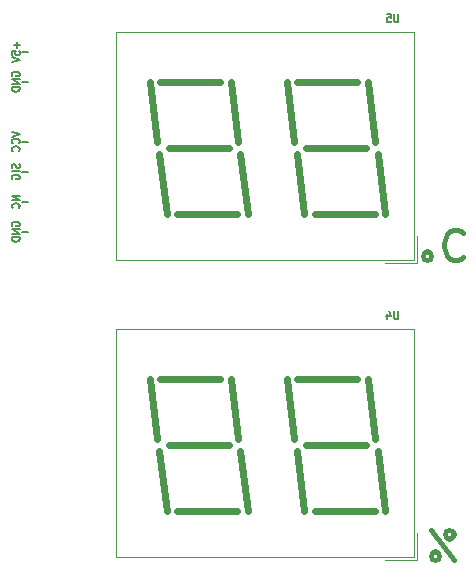
<source format=gbo>
%TF.GenerationSoftware,KiCad,Pcbnew,(6.0.9)*%
%TF.CreationDate,2022-12-10T14:47:00+01:00*%
%TF.ProjectId,Hygrometer_SMD_doubleSided,48796772-6f6d-4657-9465-725f534d445f,rev?*%
%TF.SameCoordinates,Original*%
%TF.FileFunction,Legend,Bot*%
%TF.FilePolarity,Positive*%
%FSLAX46Y46*%
G04 Gerber Fmt 4.6, Leading zero omitted, Abs format (unit mm)*
G04 Created by KiCad (PCBNEW (6.0.9)) date 2022-12-10 14:47:00*
%MOMM*%
%LPD*%
G01*
G04 APERTURE LIST*
%ADD10C,0.152400*%
%ADD11C,0.381000*%
%ADD12C,0.127000*%
%ADD13C,0.120000*%
%ADD14C,0.600000*%
%ADD15R,1.700000X1.700000*%
%ADD16O,1.700000X1.700000*%
%ADD17R,1.500000X1.500000*%
%ADD18C,1.500000*%
G04 APERTURE END LIST*
D10*
X46336000Y-36018000D02*
X46844000Y-36018000D01*
X46336000Y-46178000D02*
X46844000Y-46178000D01*
X46336000Y-43638000D02*
X46844000Y-43638000D01*
X46336000Y-48718000D02*
X46844000Y-48718000D01*
X46336000Y-41098000D02*
X46844000Y-41098000D01*
X46336000Y-33478000D02*
X46844000Y-33478000D01*
D11*
X80626000Y-51124952D02*
X80384095Y-51004000D01*
X80263142Y-50762095D01*
X80384095Y-50520190D01*
X80626000Y-50399238D01*
X80867904Y-50520190D01*
X80988857Y-50762095D01*
X80867904Y-51004000D01*
X80626000Y-51124952D01*
X83649809Y-48826857D02*
X83528857Y-48705904D01*
X83166000Y-48584952D01*
X82924095Y-48584952D01*
X82561238Y-48705904D01*
X82319333Y-48947809D01*
X82198380Y-49189714D01*
X82077428Y-49673523D01*
X82077428Y-50036380D01*
X82198380Y-50520190D01*
X82319333Y-50762095D01*
X82561238Y-51004000D01*
X82924095Y-51124952D01*
X83166000Y-51124952D01*
X83528857Y-51004000D01*
X83649809Y-50883047D01*
X80928380Y-73984952D02*
X82863619Y-76524952D01*
X81291238Y-76524952D02*
X81533142Y-76404000D01*
X81654095Y-76162095D01*
X81533142Y-75920190D01*
X81291238Y-75799238D01*
X81049333Y-75920190D01*
X80928380Y-76162095D01*
X81049333Y-76404000D01*
X81291238Y-76524952D01*
X82742666Y-74105904D02*
X82863619Y-74347809D01*
X82742666Y-74589714D01*
X82500761Y-74710666D01*
X82258857Y-74589714D01*
X82137904Y-74347809D01*
X82258857Y-74105904D01*
X82500761Y-73984952D01*
X82742666Y-74105904D01*
D12*
X46085024Y-42987867D02*
X46115262Y-43078582D01*
X46115262Y-43229772D01*
X46085024Y-43290248D01*
X46054786Y-43320487D01*
X45994310Y-43350725D01*
X45933834Y-43350725D01*
X45873358Y-43320487D01*
X45843120Y-43290248D01*
X45812881Y-43229772D01*
X45782643Y-43108820D01*
X45752405Y-43048344D01*
X45722167Y-43018106D01*
X45661691Y-42987867D01*
X45601215Y-42987867D01*
X45540739Y-43018106D01*
X45510501Y-43048344D01*
X45480262Y-43108820D01*
X45480262Y-43260010D01*
X45510501Y-43350725D01*
X46115262Y-43622867D02*
X45480262Y-43622867D01*
X45510501Y-44257867D02*
X45480262Y-44197391D01*
X45480262Y-44106677D01*
X45510501Y-44015963D01*
X45570977Y-43955487D01*
X45631453Y-43925248D01*
X45752405Y-43895010D01*
X45843120Y-43895010D01*
X45964072Y-43925248D01*
X46024548Y-43955487D01*
X46085024Y-44015963D01*
X46115262Y-44106677D01*
X46115262Y-44167153D01*
X46085024Y-44257867D01*
X46054786Y-44288106D01*
X45843120Y-44288106D01*
X45843120Y-44167153D01*
X46115262Y-45679058D02*
X45480262Y-45679058D01*
X46115262Y-46041915D01*
X45480262Y-46041915D01*
X46054786Y-46707153D02*
X46085024Y-46676915D01*
X46115262Y-46586201D01*
X46115262Y-46525725D01*
X46085024Y-46435010D01*
X46024548Y-46374534D01*
X45964072Y-46344296D01*
X45843120Y-46314058D01*
X45752405Y-46314058D01*
X45631453Y-46344296D01*
X45570977Y-46374534D01*
X45510501Y-46435010D01*
X45480262Y-46525725D01*
X45480262Y-46586201D01*
X45510501Y-46676915D01*
X45540739Y-46707153D01*
X45480262Y-40251320D02*
X46115262Y-40462987D01*
X45480262Y-40674653D01*
X46054786Y-41249177D02*
X46085024Y-41218939D01*
X46115262Y-41128225D01*
X46115262Y-41067748D01*
X46085024Y-40977034D01*
X46024548Y-40916558D01*
X45964072Y-40886320D01*
X45843120Y-40856082D01*
X45752405Y-40856082D01*
X45631453Y-40886320D01*
X45570977Y-40916558D01*
X45510501Y-40977034D01*
X45480262Y-41067748D01*
X45480262Y-41128225D01*
X45510501Y-41218939D01*
X45540739Y-41249177D01*
X46054786Y-41884177D02*
X46085024Y-41853939D01*
X46115262Y-41763225D01*
X46115262Y-41702748D01*
X46085024Y-41612034D01*
X46024548Y-41551558D01*
X45964072Y-41521320D01*
X45843120Y-41491082D01*
X45752405Y-41491082D01*
X45631453Y-41521320D01*
X45570977Y-41551558D01*
X45510501Y-41612034D01*
X45480262Y-41702748D01*
X45480262Y-41763225D01*
X45510501Y-41853939D01*
X45540739Y-41884177D01*
X45510501Y-35534177D02*
X45480262Y-35473701D01*
X45480262Y-35382987D01*
X45510501Y-35292272D01*
X45570977Y-35231796D01*
X45631453Y-35201558D01*
X45752405Y-35171320D01*
X45843120Y-35171320D01*
X45964072Y-35201558D01*
X46024548Y-35231796D01*
X46085024Y-35292272D01*
X46115262Y-35382987D01*
X46115262Y-35443463D01*
X46085024Y-35534177D01*
X46054786Y-35564415D01*
X45843120Y-35564415D01*
X45843120Y-35443463D01*
X46115262Y-35836558D02*
X45480262Y-35836558D01*
X46115262Y-36199415D01*
X45480262Y-36199415D01*
X46115262Y-36501796D02*
X45480262Y-36501796D01*
X45480262Y-36652987D01*
X45510501Y-36743701D01*
X45570977Y-36804177D01*
X45631453Y-36834415D01*
X45752405Y-36864653D01*
X45843120Y-36864653D01*
X45964072Y-36834415D01*
X46024548Y-36804177D01*
X46085024Y-36743701D01*
X46115262Y-36652987D01*
X46115262Y-36501796D01*
X45510501Y-48234177D02*
X45480262Y-48173701D01*
X45480262Y-48082987D01*
X45510501Y-47992272D01*
X45570977Y-47931796D01*
X45631453Y-47901558D01*
X45752405Y-47871320D01*
X45843120Y-47871320D01*
X45964072Y-47901558D01*
X46024548Y-47931796D01*
X46085024Y-47992272D01*
X46115262Y-48082987D01*
X46115262Y-48143463D01*
X46085024Y-48234177D01*
X46054786Y-48264415D01*
X45843120Y-48264415D01*
X45843120Y-48143463D01*
X46115262Y-48536558D02*
X45480262Y-48536558D01*
X46115262Y-48899415D01*
X45480262Y-48899415D01*
X46115262Y-49201796D02*
X45480262Y-49201796D01*
X45480262Y-49352987D01*
X45510501Y-49443701D01*
X45570977Y-49504177D01*
X45631453Y-49534415D01*
X45752405Y-49564653D01*
X45843120Y-49564653D01*
X45964072Y-49534415D01*
X46024548Y-49504177D01*
X46085024Y-49443701D01*
X46115262Y-49352987D01*
X46115262Y-49201796D01*
X45873358Y-32661558D02*
X45873358Y-33145367D01*
X46115262Y-32903463D02*
X45631453Y-32903463D01*
X45480262Y-33750129D02*
X45480262Y-33447748D01*
X45782643Y-33417510D01*
X45752405Y-33447748D01*
X45722167Y-33508225D01*
X45722167Y-33659415D01*
X45752405Y-33719891D01*
X45782643Y-33750129D01*
X45843120Y-33780367D01*
X45994310Y-33780367D01*
X46054786Y-33750129D01*
X46085024Y-33719891D01*
X46115262Y-33659415D01*
X46115262Y-33508225D01*
X46085024Y-33447748D01*
X46054786Y-33417510D01*
X45480262Y-33961796D02*
X46115262Y-34173463D01*
X45480262Y-34385129D01*
%TO.C,U4*%
X78188809Y-55482261D02*
X78188809Y-55996309D01*
X78158571Y-56056785D01*
X78128333Y-56087023D01*
X78067857Y-56117261D01*
X77946904Y-56117261D01*
X77886428Y-56087023D01*
X77856190Y-56056785D01*
X77825952Y-55996309D01*
X77825952Y-55482261D01*
X77251428Y-55693928D02*
X77251428Y-56117261D01*
X77402619Y-55452023D02*
X77553809Y-55905595D01*
X77160714Y-55905595D01*
%TO.C,U5*%
X78188809Y-30336261D02*
X78188809Y-30850309D01*
X78158571Y-30910785D01*
X78128333Y-30941023D01*
X78067857Y-30971261D01*
X77946904Y-30971261D01*
X77886428Y-30941023D01*
X77856190Y-30910785D01*
X77825952Y-30850309D01*
X77825952Y-30336261D01*
X77221190Y-30336261D02*
X77523571Y-30336261D01*
X77553809Y-30638642D01*
X77523571Y-30608404D01*
X77463095Y-30578166D01*
X77311904Y-30578166D01*
X77251428Y-30608404D01*
X77221190Y-30638642D01*
X77190952Y-30699119D01*
X77190952Y-30850309D01*
X77221190Y-30910785D01*
X77251428Y-30941023D01*
X77311904Y-30971261D01*
X77463095Y-30971261D01*
X77523571Y-30941023D01*
X77553809Y-30910785D01*
D13*
%TO.C,U4*%
X54280000Y-76270000D02*
X79530000Y-76270000D01*
D14*
X76181000Y-72340000D02*
X71101000Y-72340000D01*
X63100000Y-61227500D02*
X58020000Y-61227500D01*
X64560500Y-72340000D02*
X59480500Y-72340000D01*
X63862000Y-66752000D02*
X58782000Y-66752000D01*
D13*
X79530000Y-56980000D02*
X54280000Y-56980000D01*
X79780000Y-76525000D02*
X77070000Y-76525000D01*
D14*
X57766000Y-66307500D02*
X57131000Y-61227500D01*
X76244500Y-66307500D02*
X75609500Y-61227500D01*
X65449500Y-72340000D02*
X64814500Y-67260000D01*
X77070000Y-72340000D02*
X76435000Y-67260000D01*
X58591500Y-72340000D02*
X57956500Y-67260000D01*
X74720500Y-61227500D02*
X69640500Y-61227500D01*
D13*
X54280000Y-56980000D02*
X54280000Y-76270000D01*
D14*
X64624000Y-66307500D02*
X63989000Y-61227500D01*
D13*
X79530000Y-76270000D02*
X79530000Y-56980000D01*
D14*
X75482500Y-66752000D02*
X70402500Y-66752000D01*
X70212000Y-72340000D02*
X69577000Y-67260000D01*
X69386500Y-66307500D02*
X68751500Y-61227500D01*
D13*
X79780000Y-76525000D02*
X79780000Y-74245000D01*
D14*
%TO.C,U5*%
X76181000Y-47194000D02*
X71101000Y-47194000D01*
X57766000Y-41161500D02*
X57131000Y-36081500D01*
X63862000Y-41606000D02*
X58782000Y-41606000D01*
D13*
X79780000Y-51379000D02*
X77070000Y-51379000D01*
D14*
X75482500Y-41606000D02*
X70402500Y-41606000D01*
D13*
X79780000Y-51379000D02*
X79780000Y-49099000D01*
D14*
X63100000Y-36081500D02*
X58020000Y-36081500D01*
D13*
X54280000Y-51124000D02*
X79530000Y-51124000D01*
D14*
X65449500Y-47194000D02*
X64814500Y-42114000D01*
D13*
X79530000Y-31834000D02*
X54280000Y-31834000D01*
D14*
X58591500Y-47194000D02*
X57956500Y-42114000D01*
X70212000Y-47194000D02*
X69577000Y-42114000D01*
X64560500Y-47194000D02*
X59480500Y-47194000D01*
X64624000Y-41161500D02*
X63989000Y-36081500D01*
X74720500Y-36081500D02*
X69640500Y-36081500D01*
D13*
X79530000Y-51124000D02*
X79530000Y-31834000D01*
D14*
X77070000Y-47194000D02*
X76435000Y-42114000D01*
X76244500Y-41161500D02*
X75609500Y-36081500D01*
D13*
X54280000Y-31834000D02*
X54280000Y-51124000D01*
D14*
X69386500Y-41161500D02*
X68751500Y-36081500D01*
%TD*%
%LPC*%
D15*
%TO.C,J1*%
X48114000Y-33478000D03*
D16*
X48114000Y-36018000D03*
%TD*%
D15*
%TO.C,SW1*%
X48114000Y-53793000D03*
D16*
X48114000Y-56333000D03*
%TD*%
D15*
%TO.C,J6*%
X48114000Y-41098000D03*
D16*
X48114000Y-43638000D03*
X48114000Y-46178000D03*
X48114000Y-48718000D03*
%TD*%
D17*
%TO.C,U4*%
X77070000Y-74245000D03*
D18*
X74530000Y-74245000D03*
X71990000Y-74245000D03*
X69450000Y-74245000D03*
X66910000Y-74245000D03*
X64370000Y-74245000D03*
X61830000Y-74245000D03*
X59290000Y-74245000D03*
X56750000Y-74245000D03*
X56750000Y-59005000D03*
X59290000Y-59005000D03*
X61830000Y-59005000D03*
X64370000Y-59005000D03*
X66910000Y-59005000D03*
X69450000Y-59005000D03*
X71990000Y-59005000D03*
X74530000Y-59005000D03*
X77070000Y-59005000D03*
%TD*%
D17*
%TO.C,U5*%
X77070000Y-49099000D03*
D18*
X74530000Y-49099000D03*
X71990000Y-49099000D03*
X69450000Y-49099000D03*
X66910000Y-49099000D03*
X64370000Y-49099000D03*
X61830000Y-49099000D03*
X59290000Y-49099000D03*
X56750000Y-49099000D03*
X56750000Y-33859000D03*
X59290000Y-33859000D03*
X61830000Y-33859000D03*
X64370000Y-33859000D03*
X66910000Y-33859000D03*
X69450000Y-33859000D03*
X71990000Y-33859000D03*
X74530000Y-33859000D03*
X77070000Y-33859000D03*
%TD*%
M02*

</source>
